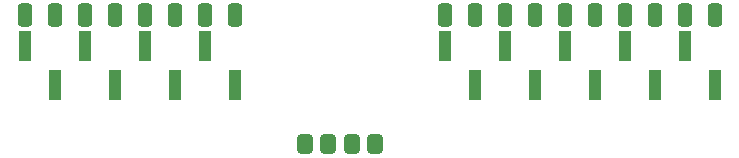
<source format=gbr>
%TF.GenerationSoftware,KiCad,Pcbnew,8.0.6*%
%TF.CreationDate,2024-11-25T21:01:29+01:00*%
%TF.ProjectId,nard_sam,6e617264-5f73-4616-9d2e-6b696361645f,rev?*%
%TF.SameCoordinates,Original*%
%TF.FileFunction,Paste,Bot*%
%TF.FilePolarity,Positive*%
%FSLAX46Y46*%
G04 Gerber Fmt 4.6, Leading zero omitted, Abs format (unit mm)*
G04 Created by KiCad (PCBNEW 8.0.6) date 2024-11-25 21:01:29*
%MOMM*%
%LPD*%
G01*
G04 APERTURE LIST*
G04 Aperture macros list*
%AMRoundRect*
0 Rectangle with rounded corners*
0 $1 Rounding radius*
0 $2 $3 $4 $5 $6 $7 $8 $9 X,Y pos of 4 corners*
0 Add a 4 corners polygon primitive as box body*
4,1,4,$2,$3,$4,$5,$6,$7,$8,$9,$2,$3,0*
0 Add four circle primitives for the rounded corners*
1,1,$1+$1,$2,$3*
1,1,$1+$1,$4,$5*
1,1,$1+$1,$6,$7*
1,1,$1+$1,$8,$9*
0 Add four rect primitives between the rounded corners*
20,1,$1+$1,$2,$3,$4,$5,0*
20,1,$1+$1,$4,$5,$6,$7,0*
20,1,$1+$1,$6,$7,$8,$9,0*
20,1,$1+$1,$8,$9,$2,$3,0*%
G04 Aperture macros list end*
%ADD10R,1.000000X2.510000*%
%ADD11RoundRect,0.325000X0.325000X0.525000X-0.325000X0.525000X-0.325000X-0.525000X0.325000X-0.525000X0*%
%ADD12RoundRect,0.300000X-0.300000X-0.700000X0.300000X-0.700000X0.300000X0.700000X-0.300000X0.700000X0*%
G04 APERTURE END LIST*
D10*
%TO.C,J3*%
X74110000Y-70345000D03*
X76650000Y-73655000D03*
X79190000Y-70345000D03*
X81730000Y-73655000D03*
X84270000Y-70345000D03*
X86810000Y-73655000D03*
X89350000Y-70345000D03*
X91890000Y-73655000D03*
%TD*%
D11*
%TO.C,J5*%
X97800000Y-78700000D03*
X99800000Y-78700000D03*
X101800000Y-78700000D03*
X103800000Y-78700000D03*
%TD*%
D10*
%TO.C,J4*%
X109670000Y-70345000D03*
X112210000Y-73655000D03*
X114750000Y-70345000D03*
X117290000Y-73655000D03*
X119830000Y-70345000D03*
X122370000Y-73655000D03*
X124910000Y-70345000D03*
X127450000Y-73655000D03*
X129990000Y-70345000D03*
X132530000Y-73655000D03*
%TD*%
D12*
%TO.C,J6*%
X74110000Y-67780000D03*
X76650000Y-67780000D03*
X79190000Y-67780000D03*
X81730000Y-67780000D03*
X84270000Y-67780000D03*
X86810000Y-67780000D03*
X89350000Y-67780000D03*
X91890000Y-67780000D03*
%TD*%
%TO.C,J7*%
X109670000Y-67780000D03*
X112210000Y-67780000D03*
X114750000Y-67780000D03*
X117290000Y-67780000D03*
X119830000Y-67780000D03*
X122370000Y-67780000D03*
X124910000Y-67780000D03*
X127450000Y-67780000D03*
X129990000Y-67780000D03*
X132530000Y-67780000D03*
%TD*%
M02*

</source>
